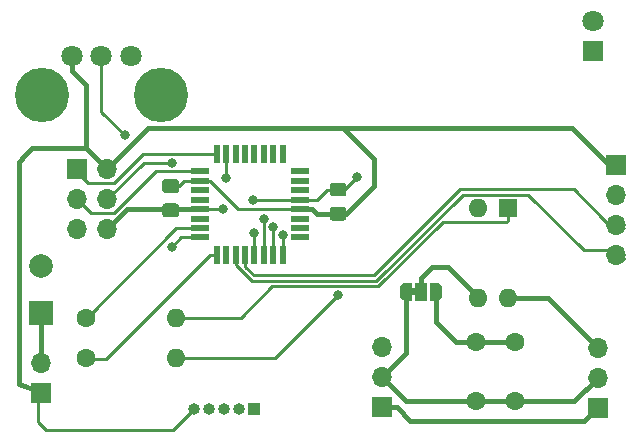
<source format=gbr>
G04 #@! TF.GenerationSoftware,KiCad,Pcbnew,(5.1.5)-3*
G04 #@! TF.CreationDate,2020-03-27T13:38:25+01:00*
G04 #@! TF.ProjectId,mimu_batt,6d696d75-5f62-4617-9474-2e6b69636164,rev?*
G04 #@! TF.SameCoordinates,Original*
G04 #@! TF.FileFunction,Copper,L1,Top*
G04 #@! TF.FilePolarity,Positive*
%FSLAX46Y46*%
G04 Gerber Fmt 4.6, Leading zero omitted, Abs format (unit mm)*
G04 Created by KiCad (PCBNEW (5.1.5)-3) date 2020-03-27 13:38:25*
%MOMM*%
%LPD*%
G04 APERTURE LIST*
%ADD10C,0.100000*%
%ADD11R,1.700000X1.700000*%
%ADD12O,1.700000X1.700000*%
%ADD13C,2.000000*%
%ADD14R,2.000000X2.000000*%
%ADD15C,1.800000*%
%ADD16C,4.600000*%
%ADD17C,1.600000*%
%ADD18O,1.600000X1.600000*%
%ADD19R,1.600000X1.600000*%
%ADD20R,1.000000X1.500000*%
%ADD21R,0.550000X1.600000*%
%ADD22R,1.600000X0.550000*%
%ADD23R,1.000000X1.000000*%
%ADD24O,1.000000X1.000000*%
%ADD25R,1.800000X1.800000*%
%ADD26C,0.800000*%
%ADD27C,0.400000*%
%ADD28C,0.250000*%
G04 APERTURE END LIST*
D10*
G36*
X198900000Y-113700000D02*
G01*
X199400000Y-113700000D01*
X199400000Y-114300000D01*
X198900000Y-114300000D01*
X198900000Y-113700000D01*
G37*
D11*
X167600000Y-122600000D03*
D12*
X167600000Y-120060000D03*
D13*
X167600000Y-111800000D03*
D14*
X167600000Y-115800000D03*
D15*
X170250000Y-94000000D03*
X172750000Y-94000000D03*
X175250000Y-94000000D03*
D16*
X167750000Y-97300000D03*
X177750000Y-97300000D03*
D17*
X207750000Y-123250000D03*
X207750000Y-118250000D03*
X204500000Y-123250000D03*
X204500000Y-118250000D03*
D18*
X207200000Y-114520000D03*
X204660000Y-106900000D03*
X204660000Y-114520000D03*
D19*
X207200000Y-106900000D03*
D12*
X216300000Y-110920000D03*
X216300000Y-108380000D03*
X216300000Y-105840000D03*
D11*
X216300000Y-103300000D03*
G04 #@! TA.AperFunction,SMDPad,CuDef*
D10*
G36*
X199050000Y-114750000D02*
G01*
X198500000Y-114750000D01*
X198500000Y-114749398D01*
X198475466Y-114749398D01*
X198426635Y-114744588D01*
X198378510Y-114735016D01*
X198331555Y-114720772D01*
X198286222Y-114701995D01*
X198242949Y-114678864D01*
X198202150Y-114651604D01*
X198164221Y-114620476D01*
X198129524Y-114585779D01*
X198098396Y-114547850D01*
X198071136Y-114507051D01*
X198048005Y-114463778D01*
X198029228Y-114418445D01*
X198014984Y-114371490D01*
X198005412Y-114323365D01*
X198000602Y-114274534D01*
X198000602Y-114250000D01*
X198000000Y-114250000D01*
X198000000Y-113750000D01*
X198000602Y-113750000D01*
X198000602Y-113725466D01*
X198005412Y-113676635D01*
X198014984Y-113628510D01*
X198029228Y-113581555D01*
X198048005Y-113536222D01*
X198071136Y-113492949D01*
X198098396Y-113452150D01*
X198129524Y-113414221D01*
X198164221Y-113379524D01*
X198202150Y-113348396D01*
X198242949Y-113321136D01*
X198286222Y-113298005D01*
X198331555Y-113279228D01*
X198378510Y-113264984D01*
X198426635Y-113255412D01*
X198475466Y-113250602D01*
X198500000Y-113250602D01*
X198500000Y-113250000D01*
X199050000Y-113250000D01*
X199050000Y-114750000D01*
G37*
G04 #@! TD.AperFunction*
D20*
X199800000Y-114000000D03*
G04 #@! TA.AperFunction,SMDPad,CuDef*
D10*
G36*
X201100000Y-113250602D02*
G01*
X201124534Y-113250602D01*
X201173365Y-113255412D01*
X201221490Y-113264984D01*
X201268445Y-113279228D01*
X201313778Y-113298005D01*
X201357051Y-113321136D01*
X201397850Y-113348396D01*
X201435779Y-113379524D01*
X201470476Y-113414221D01*
X201501604Y-113452150D01*
X201528864Y-113492949D01*
X201551995Y-113536222D01*
X201570772Y-113581555D01*
X201585016Y-113628510D01*
X201594588Y-113676635D01*
X201599398Y-113725466D01*
X201599398Y-113750000D01*
X201600000Y-113750000D01*
X201600000Y-114250000D01*
X201599398Y-114250000D01*
X201599398Y-114274534D01*
X201594588Y-114323365D01*
X201585016Y-114371490D01*
X201570772Y-114418445D01*
X201551995Y-114463778D01*
X201528864Y-114507051D01*
X201501604Y-114547850D01*
X201470476Y-114585779D01*
X201435779Y-114620476D01*
X201397850Y-114651604D01*
X201357051Y-114678864D01*
X201313778Y-114701995D01*
X201268445Y-114720772D01*
X201221490Y-114735016D01*
X201173365Y-114744588D01*
X201124534Y-114749398D01*
X201100000Y-114749398D01*
X201100000Y-114750000D01*
X200550000Y-114750000D01*
X200550000Y-113250000D01*
X201100000Y-113250000D01*
X201100000Y-113250602D01*
G37*
G04 #@! TD.AperFunction*
D21*
X188100000Y-110850000D03*
X187300000Y-110850000D03*
X186500000Y-110850000D03*
X185700000Y-110850000D03*
X184900000Y-110850000D03*
X184100000Y-110850000D03*
X183300000Y-110850000D03*
X182500000Y-110850000D03*
D22*
X181050000Y-109400000D03*
X181050000Y-108600000D03*
X181050000Y-107800000D03*
X181050000Y-107000000D03*
X181050000Y-106200000D03*
X181050000Y-105400000D03*
X181050000Y-104600000D03*
X181050000Y-103800000D03*
D21*
X182500000Y-102350000D03*
X183300000Y-102350000D03*
X184100000Y-102350000D03*
X184900000Y-102350000D03*
X185700000Y-102350000D03*
X186500000Y-102350000D03*
X187300000Y-102350000D03*
X188100000Y-102350000D03*
D22*
X189550000Y-103800000D03*
X189550000Y-104600000D03*
X189550000Y-105400000D03*
X189550000Y-106200000D03*
X189550000Y-107000000D03*
X189550000Y-107800000D03*
X189550000Y-108600000D03*
X189550000Y-109400000D03*
D23*
X185674000Y-123952000D03*
D24*
X184404000Y-123952000D03*
X183134000Y-123952000D03*
X181864000Y-123952000D03*
X180594000Y-123952000D03*
G04 #@! TA.AperFunction,SMDPad,CuDef*
D10*
G36*
X179074505Y-106526204D02*
G01*
X179098773Y-106529804D01*
X179122572Y-106535765D01*
X179145671Y-106544030D01*
X179167850Y-106554520D01*
X179188893Y-106567132D01*
X179208599Y-106581747D01*
X179226777Y-106598223D01*
X179243253Y-106616401D01*
X179257868Y-106636107D01*
X179270480Y-106657150D01*
X179280970Y-106679329D01*
X179289235Y-106702428D01*
X179295196Y-106726227D01*
X179298796Y-106750495D01*
X179300000Y-106774999D01*
X179300000Y-107425001D01*
X179298796Y-107449505D01*
X179295196Y-107473773D01*
X179289235Y-107497572D01*
X179280970Y-107520671D01*
X179270480Y-107542850D01*
X179257868Y-107563893D01*
X179243253Y-107583599D01*
X179226777Y-107601777D01*
X179208599Y-107618253D01*
X179188893Y-107632868D01*
X179167850Y-107645480D01*
X179145671Y-107655970D01*
X179122572Y-107664235D01*
X179098773Y-107670196D01*
X179074505Y-107673796D01*
X179050001Y-107675000D01*
X178149999Y-107675000D01*
X178125495Y-107673796D01*
X178101227Y-107670196D01*
X178077428Y-107664235D01*
X178054329Y-107655970D01*
X178032150Y-107645480D01*
X178011107Y-107632868D01*
X177991401Y-107618253D01*
X177973223Y-107601777D01*
X177956747Y-107583599D01*
X177942132Y-107563893D01*
X177929520Y-107542850D01*
X177919030Y-107520671D01*
X177910765Y-107497572D01*
X177904804Y-107473773D01*
X177901204Y-107449505D01*
X177900000Y-107425001D01*
X177900000Y-106774999D01*
X177901204Y-106750495D01*
X177904804Y-106726227D01*
X177910765Y-106702428D01*
X177919030Y-106679329D01*
X177929520Y-106657150D01*
X177942132Y-106636107D01*
X177956747Y-106616401D01*
X177973223Y-106598223D01*
X177991401Y-106581747D01*
X178011107Y-106567132D01*
X178032150Y-106554520D01*
X178054329Y-106544030D01*
X178077428Y-106535765D01*
X178101227Y-106529804D01*
X178125495Y-106526204D01*
X178149999Y-106525000D01*
X179050001Y-106525000D01*
X179074505Y-106526204D01*
G37*
G04 #@! TD.AperFunction*
G04 #@! TA.AperFunction,SMDPad,CuDef*
G36*
X179074505Y-104476204D02*
G01*
X179098773Y-104479804D01*
X179122572Y-104485765D01*
X179145671Y-104494030D01*
X179167850Y-104504520D01*
X179188893Y-104517132D01*
X179208599Y-104531747D01*
X179226777Y-104548223D01*
X179243253Y-104566401D01*
X179257868Y-104586107D01*
X179270480Y-104607150D01*
X179280970Y-104629329D01*
X179289235Y-104652428D01*
X179295196Y-104676227D01*
X179298796Y-104700495D01*
X179300000Y-104724999D01*
X179300000Y-105375001D01*
X179298796Y-105399505D01*
X179295196Y-105423773D01*
X179289235Y-105447572D01*
X179280970Y-105470671D01*
X179270480Y-105492850D01*
X179257868Y-105513893D01*
X179243253Y-105533599D01*
X179226777Y-105551777D01*
X179208599Y-105568253D01*
X179188893Y-105582868D01*
X179167850Y-105595480D01*
X179145671Y-105605970D01*
X179122572Y-105614235D01*
X179098773Y-105620196D01*
X179074505Y-105623796D01*
X179050001Y-105625000D01*
X178149999Y-105625000D01*
X178125495Y-105623796D01*
X178101227Y-105620196D01*
X178077428Y-105614235D01*
X178054329Y-105605970D01*
X178032150Y-105595480D01*
X178011107Y-105582868D01*
X177991401Y-105568253D01*
X177973223Y-105551777D01*
X177956747Y-105533599D01*
X177942132Y-105513893D01*
X177929520Y-105492850D01*
X177919030Y-105470671D01*
X177910765Y-105447572D01*
X177904804Y-105423773D01*
X177901204Y-105399505D01*
X177900000Y-105375001D01*
X177900000Y-104724999D01*
X177901204Y-104700495D01*
X177904804Y-104676227D01*
X177910765Y-104652428D01*
X177919030Y-104629329D01*
X177929520Y-104607150D01*
X177942132Y-104586107D01*
X177956747Y-104566401D01*
X177973223Y-104548223D01*
X177991401Y-104531747D01*
X178011107Y-104517132D01*
X178032150Y-104504520D01*
X178054329Y-104494030D01*
X178077428Y-104485765D01*
X178101227Y-104479804D01*
X178125495Y-104476204D01*
X178149999Y-104475000D01*
X179050001Y-104475000D01*
X179074505Y-104476204D01*
G37*
G04 #@! TD.AperFunction*
G04 #@! TA.AperFunction,SMDPad,CuDef*
G36*
X193260505Y-104775204D02*
G01*
X193284773Y-104778804D01*
X193308572Y-104784765D01*
X193331671Y-104793030D01*
X193353850Y-104803520D01*
X193374893Y-104816132D01*
X193394599Y-104830747D01*
X193412777Y-104847223D01*
X193429253Y-104865401D01*
X193443868Y-104885107D01*
X193456480Y-104906150D01*
X193466970Y-104928329D01*
X193475235Y-104951428D01*
X193481196Y-104975227D01*
X193484796Y-104999495D01*
X193486000Y-105023999D01*
X193486000Y-105674001D01*
X193484796Y-105698505D01*
X193481196Y-105722773D01*
X193475235Y-105746572D01*
X193466970Y-105769671D01*
X193456480Y-105791850D01*
X193443868Y-105812893D01*
X193429253Y-105832599D01*
X193412777Y-105850777D01*
X193394599Y-105867253D01*
X193374893Y-105881868D01*
X193353850Y-105894480D01*
X193331671Y-105904970D01*
X193308572Y-105913235D01*
X193284773Y-105919196D01*
X193260505Y-105922796D01*
X193236001Y-105924000D01*
X192335999Y-105924000D01*
X192311495Y-105922796D01*
X192287227Y-105919196D01*
X192263428Y-105913235D01*
X192240329Y-105904970D01*
X192218150Y-105894480D01*
X192197107Y-105881868D01*
X192177401Y-105867253D01*
X192159223Y-105850777D01*
X192142747Y-105832599D01*
X192128132Y-105812893D01*
X192115520Y-105791850D01*
X192105030Y-105769671D01*
X192096765Y-105746572D01*
X192090804Y-105722773D01*
X192087204Y-105698505D01*
X192086000Y-105674001D01*
X192086000Y-105023999D01*
X192087204Y-104999495D01*
X192090804Y-104975227D01*
X192096765Y-104951428D01*
X192105030Y-104928329D01*
X192115520Y-104906150D01*
X192128132Y-104885107D01*
X192142747Y-104865401D01*
X192159223Y-104847223D01*
X192177401Y-104830747D01*
X192197107Y-104816132D01*
X192218150Y-104803520D01*
X192240329Y-104793030D01*
X192263428Y-104784765D01*
X192287227Y-104778804D01*
X192311495Y-104775204D01*
X192335999Y-104774000D01*
X193236001Y-104774000D01*
X193260505Y-104775204D01*
G37*
G04 #@! TD.AperFunction*
G04 #@! TA.AperFunction,SMDPad,CuDef*
G36*
X193260505Y-106825204D02*
G01*
X193284773Y-106828804D01*
X193308572Y-106834765D01*
X193331671Y-106843030D01*
X193353850Y-106853520D01*
X193374893Y-106866132D01*
X193394599Y-106880747D01*
X193412777Y-106897223D01*
X193429253Y-106915401D01*
X193443868Y-106935107D01*
X193456480Y-106956150D01*
X193466970Y-106978329D01*
X193475235Y-107001428D01*
X193481196Y-107025227D01*
X193484796Y-107049495D01*
X193486000Y-107073999D01*
X193486000Y-107724001D01*
X193484796Y-107748505D01*
X193481196Y-107772773D01*
X193475235Y-107796572D01*
X193466970Y-107819671D01*
X193456480Y-107841850D01*
X193443868Y-107862893D01*
X193429253Y-107882599D01*
X193412777Y-107900777D01*
X193394599Y-107917253D01*
X193374893Y-107931868D01*
X193353850Y-107944480D01*
X193331671Y-107954970D01*
X193308572Y-107963235D01*
X193284773Y-107969196D01*
X193260505Y-107972796D01*
X193236001Y-107974000D01*
X192335999Y-107974000D01*
X192311495Y-107972796D01*
X192287227Y-107969196D01*
X192263428Y-107963235D01*
X192240329Y-107954970D01*
X192218150Y-107944480D01*
X192197107Y-107931868D01*
X192177401Y-107917253D01*
X192159223Y-107900777D01*
X192142747Y-107882599D01*
X192128132Y-107862893D01*
X192115520Y-107841850D01*
X192105030Y-107819671D01*
X192096765Y-107796572D01*
X192090804Y-107772773D01*
X192087204Y-107748505D01*
X192086000Y-107724001D01*
X192086000Y-107073999D01*
X192087204Y-107049495D01*
X192090804Y-107025227D01*
X192096765Y-107001428D01*
X192105030Y-106978329D01*
X192115520Y-106956150D01*
X192128132Y-106935107D01*
X192142747Y-106915401D01*
X192159223Y-106897223D01*
X192177401Y-106880747D01*
X192197107Y-106866132D01*
X192218150Y-106853520D01*
X192240329Y-106843030D01*
X192263428Y-106834765D01*
X192287227Y-106828804D01*
X192311495Y-106825204D01*
X192335999Y-106824000D01*
X193236001Y-106824000D01*
X193260505Y-106825204D01*
G37*
G04 #@! TD.AperFunction*
D12*
X173228000Y-108712000D03*
X170688000Y-108712000D03*
X173228000Y-106172000D03*
X170688000Y-106172000D03*
X173228000Y-103632000D03*
D11*
X170688000Y-103632000D03*
D12*
X214750000Y-118720000D03*
X214750000Y-121260000D03*
D11*
X214750000Y-123800000D03*
X196500000Y-123750000D03*
D12*
X196500000Y-121210000D03*
X196500000Y-118670000D03*
D15*
X214400000Y-91060000D03*
D25*
X214400000Y-93600000D03*
D18*
X179070000Y-119634000D03*
D17*
X171450000Y-119634000D03*
D18*
X179070000Y-116205000D03*
D17*
X171450000Y-116205000D03*
D26*
X192800000Y-114300000D03*
X185700000Y-109000000D03*
X178700000Y-103075000D03*
X183300000Y-104400000D03*
X185600000Y-106200000D03*
X183000000Y-107000000D03*
X194400000Y-104300000D03*
X178700000Y-110200000D03*
X174750000Y-100750000D03*
X186500000Y-107800000D03*
X187300000Y-108500000D03*
X188100000Y-109200000D03*
D27*
X167640000Y-118765000D02*
X167640000Y-115824000D01*
X167640000Y-120015000D02*
X167640000Y-118765000D01*
X201200000Y-114200000D02*
X201100000Y-114100000D01*
X204500000Y-118250000D02*
X202750000Y-118250000D01*
X201100000Y-116600000D02*
X201100000Y-114000000D01*
X202750000Y-118250000D02*
X201100000Y-116600000D01*
X207750000Y-118250000D02*
X204500000Y-118250000D01*
X198500000Y-114000000D02*
X198500000Y-117800000D01*
X198500000Y-119210000D02*
X198500000Y-117800000D01*
X196500000Y-121210000D02*
X198500000Y-119210000D01*
X212760000Y-123250000D02*
X214750000Y-121260000D01*
X204500000Y-123250000D02*
X212760000Y-123250000D01*
X198540000Y-123250000D02*
X196500000Y-121210000D01*
X204500000Y-123250000D02*
X198540000Y-123250000D01*
X210577919Y-114500000D02*
X207200000Y-114500000D01*
X210577919Y-114547919D02*
X214750000Y-118720000D01*
X210577919Y-114500000D02*
X210577919Y-114547919D01*
X214700000Y-123800000D02*
X214750000Y-123800000D01*
X198900000Y-124900000D02*
X213600000Y-124900000D01*
X197750000Y-123750000D02*
X198900000Y-124900000D01*
X213600000Y-124900000D02*
X214700000Y-123800000D01*
X196500000Y-123750000D02*
X197750000Y-123750000D01*
D28*
X179070000Y-119634000D02*
X187466000Y-119634000D01*
X187466000Y-119634000D02*
X192800000Y-114300000D01*
X185700000Y-109000000D02*
X185700000Y-110500000D01*
X172591590Y-106172000D02*
X173228000Y-106172000D01*
X173228000Y-106172000D02*
X176325000Y-103075000D01*
X176325000Y-103075000D02*
X178700000Y-103075000D01*
X183300000Y-104400000D02*
X183300000Y-102400000D01*
X170688000Y-106172000D02*
X170688000Y-106336588D01*
X171863001Y-107347001D02*
X171537999Y-107021999D01*
X173792001Y-107347001D02*
X171863001Y-107347001D01*
X174211002Y-106928000D02*
X173792001Y-107347001D01*
X171537999Y-107021999D02*
X170688000Y-106172000D01*
X174211002Y-106928000D02*
X177339002Y-103800000D01*
X177339002Y-103800000D02*
X181000000Y-103800000D01*
X173792001Y-104807001D02*
X171607001Y-104807001D01*
X182500000Y-102350000D02*
X176249002Y-102350000D01*
X176249002Y-102350000D02*
X173792001Y-104807001D01*
X171607001Y-104807001D02*
X170700000Y-103900000D01*
X173628000Y-109112000D02*
X173228000Y-108712000D01*
X190974000Y-106228000D02*
X191844000Y-105358000D01*
X189924000Y-106228000D02*
X190974000Y-106228000D01*
X191844000Y-105358000D02*
X193294000Y-105358000D01*
X189550000Y-106200000D02*
X188500000Y-106200000D01*
D27*
X181050000Y-107000000D02*
X174900000Y-107000000D01*
X174900000Y-107000000D02*
X173200000Y-108700000D01*
D28*
X188500000Y-106200000D02*
X185600000Y-106200000D01*
X183000000Y-107000000D02*
X182434315Y-107000000D01*
X182434315Y-107000000D02*
X181100000Y-107000000D01*
X194400000Y-104300000D02*
X193300000Y-105400000D01*
X193300000Y-105400000D02*
X192800000Y-105400000D01*
D27*
X171450000Y-101854000D02*
X173228000Y-103632000D01*
X193200000Y-100100000D02*
X176700000Y-100100000D01*
X176700000Y-100100000D02*
X173200000Y-103600000D01*
D28*
X183300000Y-106000000D02*
X181900000Y-104600000D01*
X181900000Y-104600000D02*
X181100000Y-104600000D01*
X179300000Y-105050000D02*
X179750000Y-104600000D01*
X178600000Y-105050000D02*
X179300000Y-105050000D01*
X179750000Y-104600000D02*
X181000000Y-104600000D01*
D27*
X190600000Y-107000000D02*
X191000000Y-107400000D01*
X189550000Y-107000000D02*
X190600000Y-107000000D01*
D28*
X191001000Y-107399000D02*
X191000000Y-107400000D01*
D27*
X192786000Y-107399000D02*
X191001000Y-107399000D01*
D28*
X183300000Y-106000000D02*
X184300000Y-107000000D01*
X184300000Y-107000000D02*
X189600000Y-107000000D01*
D27*
X193200000Y-100100000D02*
X195825001Y-102725001D01*
X195825001Y-102725001D02*
X195825001Y-105048001D01*
D28*
X195800000Y-105073002D02*
X195825001Y-105048001D01*
X195800000Y-105085000D02*
X195800000Y-105073002D01*
D27*
X193486000Y-107399000D02*
X195800000Y-105085000D01*
D28*
X192786000Y-107399000D02*
X193486000Y-107399000D01*
D27*
X212575000Y-100100000D02*
X215900000Y-103425000D01*
X193200000Y-100100000D02*
X212575000Y-100100000D01*
X215900000Y-103425000D02*
X216925000Y-103425000D01*
X171450000Y-96472792D02*
X171450000Y-101854000D01*
X170250000Y-95272792D02*
X171450000Y-96472792D01*
X170250000Y-94000000D02*
X170250000Y-95272792D01*
D28*
X178843980Y-125702020D02*
X180594000Y-123952000D01*
X168036020Y-125702020D02*
X178843980Y-125702020D01*
X167386000Y-125052000D02*
X168036020Y-125702020D01*
X167400000Y-122400000D02*
X167386000Y-123952000D01*
X167386000Y-123952000D02*
X167386000Y-125052000D01*
D27*
X165800000Y-121780999D02*
X167400000Y-122400000D01*
X165750000Y-112494000D02*
X165800000Y-113800000D01*
X166878000Y-101854000D02*
X166314999Y-102417001D01*
X171450000Y-101854000D02*
X166878000Y-101854000D01*
X166314999Y-102417001D02*
X166314999Y-102435001D01*
X165800000Y-113800000D02*
X165800000Y-121780999D01*
X166314999Y-102435001D02*
X165750000Y-103000000D01*
X165750000Y-103000000D02*
X165750000Y-112494000D01*
D28*
X181050000Y-108600000D02*
X179100000Y-108600000D01*
X179100000Y-108600000D02*
X171500000Y-116200000D01*
X181975000Y-110850000D02*
X173125000Y-119700000D01*
X182500000Y-110850000D02*
X181975000Y-110850000D01*
X173125000Y-119700000D02*
X171400000Y-119700000D01*
X181050000Y-109400000D02*
X179500000Y-109400000D01*
X179500000Y-109400000D02*
X178700000Y-110200000D01*
X172750000Y-98750000D02*
X172750000Y-94000000D01*
X174750000Y-100750000D02*
X172750000Y-98750000D01*
X186500000Y-110850000D02*
X186500000Y-107800000D01*
X187300000Y-108500000D02*
X187300000Y-110800000D01*
X188100000Y-110850000D02*
X188100000Y-109200000D01*
X184900000Y-110850000D02*
X184900000Y-111873592D01*
X184900000Y-111873592D02*
X185626408Y-112600000D01*
X185626408Y-112600000D02*
X195863590Y-112600000D01*
X212724989Y-105324989D02*
X215225001Y-107825001D01*
X195863590Y-112600000D02*
X203138601Y-105324989D01*
X203138601Y-105324989D02*
X212724989Y-105324989D01*
X215225001Y-107825001D02*
X215900000Y-108500000D01*
X215900000Y-108500000D02*
X216900000Y-108500000D01*
X216900000Y-108500000D02*
X217000000Y-108600000D01*
X185489998Y-113100000D02*
X184100000Y-111710002D01*
X196000000Y-113100000D02*
X185489998Y-113100000D01*
X184100000Y-111710002D02*
X184100000Y-111000000D01*
X203325001Y-105774999D02*
X208874999Y-105774999D01*
X196000000Y-113100000D02*
X203325001Y-105774999D01*
X208874999Y-105774999D02*
X213600000Y-110500000D01*
X215700000Y-110500000D02*
X216300000Y-110500000D01*
X215700000Y-110500000D02*
X215900000Y-110500000D01*
X213600000Y-110500000D02*
X215700000Y-110500000D01*
X216300000Y-110500000D02*
X217000000Y-111200000D01*
D27*
X199800000Y-112850000D02*
X200750000Y-111900000D01*
X199800000Y-114000000D02*
X199800000Y-112850000D01*
X200750000Y-111900000D02*
X202100000Y-111900000D01*
X202100000Y-111900000D02*
X204700000Y-114500000D01*
D28*
X187349990Y-113550010D02*
X196186401Y-113550009D01*
X196186401Y-113550009D02*
X201668205Y-108068205D01*
X207081795Y-108068205D02*
X207200000Y-107950000D01*
X201668205Y-108068205D02*
X207081795Y-108068205D01*
X207200000Y-107950000D02*
X207200000Y-106900000D01*
X187199990Y-113550010D02*
X187349990Y-113550010D01*
X184545000Y-116205000D02*
X187199990Y-113550010D01*
X179070000Y-116205000D02*
X184545000Y-116205000D01*
M02*

</source>
